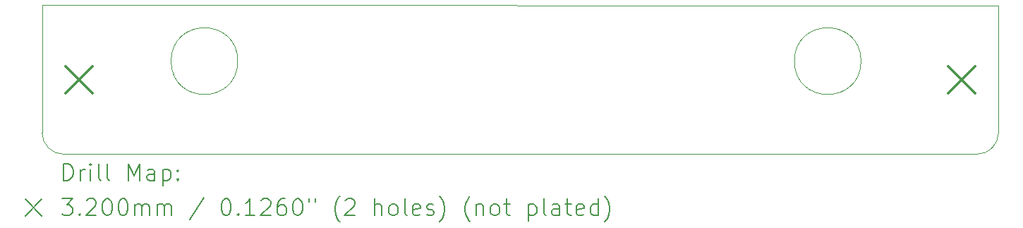
<source format=gbr>
%TF.GenerationSoftware,KiCad,Pcbnew,8.0.1*%
%TF.CreationDate,2024-08-12T23:31:01+01:00*%
%TF.ProjectId,MICRO_TRUNK_6_INSULATOR_FRONT,4d494352-4f5f-4545-9255-4e4b5f365f49,rev?*%
%TF.SameCoordinates,Original*%
%TF.FileFunction,Drillmap*%
%TF.FilePolarity,Positive*%
%FSLAX45Y45*%
G04 Gerber Fmt 4.5, Leading zero omitted, Abs format (unit mm)*
G04 Created by KiCad (PCBNEW 8.0.1) date 2024-08-12 23:31:01*
%MOMM*%
%LPD*%
G01*
G04 APERTURE LIST*
%ADD10C,0.050000*%
%ADD11C,0.200000*%
%ADD12C,0.320000*%
G04 APERTURE END LIST*
D10*
X10990250Y-9223892D02*
G75*
G02*
X10190250Y-9223892I-400000J0D01*
G01*
X10190250Y-9223892D02*
G75*
G02*
X10990250Y-9223892I400000J0D01*
G01*
X19863021Y-10340000D02*
X8899396Y-10340236D01*
X8899396Y-10340236D02*
G75*
G02*
X8641895Y-10083257I4J257506D01*
G01*
X18470250Y-9223892D02*
G75*
G02*
X17670250Y-9223892I-400000J0D01*
G01*
X17670250Y-9223892D02*
G75*
G02*
X18470250Y-9223892I400000J0D01*
G01*
X8643016Y-8553892D02*
X20120000Y-8555000D01*
X20120000Y-10082500D02*
X20120000Y-8555000D01*
X20120000Y-10082500D02*
G75*
G02*
X19863021Y-10340000I-257500J0D01*
G01*
X8641896Y-10083257D02*
X8643016Y-8553892D01*
D11*
D12*
X8922302Y-9287618D02*
X9242302Y-9607618D01*
X9242302Y-9287618D02*
X8922302Y-9607618D01*
X19519302Y-9287618D02*
X19839302Y-9607618D01*
X19839302Y-9287618D02*
X19519302Y-9607618D01*
D11*
X8900173Y-10654219D02*
X8900173Y-10454219D01*
X8900173Y-10454219D02*
X8947792Y-10454219D01*
X8947792Y-10454219D02*
X8976363Y-10463743D01*
X8976363Y-10463743D02*
X8995411Y-10482791D01*
X8995411Y-10482791D02*
X9004935Y-10501838D01*
X9004935Y-10501838D02*
X9014458Y-10539934D01*
X9014458Y-10539934D02*
X9014458Y-10568505D01*
X9014458Y-10568505D02*
X9004935Y-10606600D01*
X9004935Y-10606600D02*
X8995411Y-10625648D01*
X8995411Y-10625648D02*
X8976363Y-10644696D01*
X8976363Y-10644696D02*
X8947792Y-10654219D01*
X8947792Y-10654219D02*
X8900173Y-10654219D01*
X9100173Y-10654219D02*
X9100173Y-10520886D01*
X9100173Y-10558981D02*
X9109697Y-10539934D01*
X9109697Y-10539934D02*
X9119220Y-10530410D01*
X9119220Y-10530410D02*
X9138268Y-10520886D01*
X9138268Y-10520886D02*
X9157316Y-10520886D01*
X9223982Y-10654219D02*
X9223982Y-10520886D01*
X9223982Y-10454219D02*
X9214458Y-10463743D01*
X9214458Y-10463743D02*
X9223982Y-10473267D01*
X9223982Y-10473267D02*
X9233506Y-10463743D01*
X9233506Y-10463743D02*
X9223982Y-10454219D01*
X9223982Y-10454219D02*
X9223982Y-10473267D01*
X9347792Y-10654219D02*
X9328744Y-10644696D01*
X9328744Y-10644696D02*
X9319220Y-10625648D01*
X9319220Y-10625648D02*
X9319220Y-10454219D01*
X9452554Y-10654219D02*
X9433506Y-10644696D01*
X9433506Y-10644696D02*
X9423982Y-10625648D01*
X9423982Y-10625648D02*
X9423982Y-10454219D01*
X9681125Y-10654219D02*
X9681125Y-10454219D01*
X9681125Y-10454219D02*
X9747792Y-10597077D01*
X9747792Y-10597077D02*
X9814458Y-10454219D01*
X9814458Y-10454219D02*
X9814458Y-10654219D01*
X9995411Y-10654219D02*
X9995411Y-10549458D01*
X9995411Y-10549458D02*
X9985887Y-10530410D01*
X9985887Y-10530410D02*
X9966839Y-10520886D01*
X9966839Y-10520886D02*
X9928744Y-10520886D01*
X9928744Y-10520886D02*
X9909697Y-10530410D01*
X9995411Y-10644696D02*
X9976363Y-10654219D01*
X9976363Y-10654219D02*
X9928744Y-10654219D01*
X9928744Y-10654219D02*
X9909697Y-10644696D01*
X9909697Y-10644696D02*
X9900173Y-10625648D01*
X9900173Y-10625648D02*
X9900173Y-10606600D01*
X9900173Y-10606600D02*
X9909697Y-10587553D01*
X9909697Y-10587553D02*
X9928744Y-10578029D01*
X9928744Y-10578029D02*
X9976363Y-10578029D01*
X9976363Y-10578029D02*
X9995411Y-10568505D01*
X10090649Y-10520886D02*
X10090649Y-10720886D01*
X10090649Y-10530410D02*
X10109697Y-10520886D01*
X10109697Y-10520886D02*
X10147792Y-10520886D01*
X10147792Y-10520886D02*
X10166839Y-10530410D01*
X10166839Y-10530410D02*
X10176363Y-10539934D01*
X10176363Y-10539934D02*
X10185887Y-10558981D01*
X10185887Y-10558981D02*
X10185887Y-10616124D01*
X10185887Y-10616124D02*
X10176363Y-10635172D01*
X10176363Y-10635172D02*
X10166839Y-10644696D01*
X10166839Y-10644696D02*
X10147792Y-10654219D01*
X10147792Y-10654219D02*
X10109697Y-10654219D01*
X10109697Y-10654219D02*
X10090649Y-10644696D01*
X10271601Y-10635172D02*
X10281125Y-10644696D01*
X10281125Y-10644696D02*
X10271601Y-10654219D01*
X10271601Y-10654219D02*
X10262078Y-10644696D01*
X10262078Y-10644696D02*
X10271601Y-10635172D01*
X10271601Y-10635172D02*
X10271601Y-10654219D01*
X10271601Y-10530410D02*
X10281125Y-10539934D01*
X10281125Y-10539934D02*
X10271601Y-10549458D01*
X10271601Y-10549458D02*
X10262078Y-10539934D01*
X10262078Y-10539934D02*
X10271601Y-10530410D01*
X10271601Y-10530410D02*
X10271601Y-10549458D01*
X8439396Y-10882736D02*
X8639396Y-11082736D01*
X8639396Y-10882736D02*
X8439396Y-11082736D01*
X8881125Y-10874219D02*
X9004935Y-10874219D01*
X9004935Y-10874219D02*
X8938268Y-10950410D01*
X8938268Y-10950410D02*
X8966839Y-10950410D01*
X8966839Y-10950410D02*
X8985887Y-10959934D01*
X8985887Y-10959934D02*
X8995411Y-10969458D01*
X8995411Y-10969458D02*
X9004935Y-10988505D01*
X9004935Y-10988505D02*
X9004935Y-11036124D01*
X9004935Y-11036124D02*
X8995411Y-11055172D01*
X8995411Y-11055172D02*
X8985887Y-11064696D01*
X8985887Y-11064696D02*
X8966839Y-11074219D01*
X8966839Y-11074219D02*
X8909697Y-11074219D01*
X8909697Y-11074219D02*
X8890649Y-11064696D01*
X8890649Y-11064696D02*
X8881125Y-11055172D01*
X9090649Y-11055172D02*
X9100173Y-11064696D01*
X9100173Y-11064696D02*
X9090649Y-11074219D01*
X9090649Y-11074219D02*
X9081125Y-11064696D01*
X9081125Y-11064696D02*
X9090649Y-11055172D01*
X9090649Y-11055172D02*
X9090649Y-11074219D01*
X9176363Y-10893267D02*
X9185887Y-10883743D01*
X9185887Y-10883743D02*
X9204935Y-10874219D01*
X9204935Y-10874219D02*
X9252554Y-10874219D01*
X9252554Y-10874219D02*
X9271601Y-10883743D01*
X9271601Y-10883743D02*
X9281125Y-10893267D01*
X9281125Y-10893267D02*
X9290649Y-10912315D01*
X9290649Y-10912315D02*
X9290649Y-10931362D01*
X9290649Y-10931362D02*
X9281125Y-10959934D01*
X9281125Y-10959934D02*
X9166839Y-11074219D01*
X9166839Y-11074219D02*
X9290649Y-11074219D01*
X9414458Y-10874219D02*
X9433506Y-10874219D01*
X9433506Y-10874219D02*
X9452554Y-10883743D01*
X9452554Y-10883743D02*
X9462078Y-10893267D01*
X9462078Y-10893267D02*
X9471601Y-10912315D01*
X9471601Y-10912315D02*
X9481125Y-10950410D01*
X9481125Y-10950410D02*
X9481125Y-10998029D01*
X9481125Y-10998029D02*
X9471601Y-11036124D01*
X9471601Y-11036124D02*
X9462078Y-11055172D01*
X9462078Y-11055172D02*
X9452554Y-11064696D01*
X9452554Y-11064696D02*
X9433506Y-11074219D01*
X9433506Y-11074219D02*
X9414458Y-11074219D01*
X9414458Y-11074219D02*
X9395411Y-11064696D01*
X9395411Y-11064696D02*
X9385887Y-11055172D01*
X9385887Y-11055172D02*
X9376363Y-11036124D01*
X9376363Y-11036124D02*
X9366839Y-10998029D01*
X9366839Y-10998029D02*
X9366839Y-10950410D01*
X9366839Y-10950410D02*
X9376363Y-10912315D01*
X9376363Y-10912315D02*
X9385887Y-10893267D01*
X9385887Y-10893267D02*
X9395411Y-10883743D01*
X9395411Y-10883743D02*
X9414458Y-10874219D01*
X9604935Y-10874219D02*
X9623982Y-10874219D01*
X9623982Y-10874219D02*
X9643030Y-10883743D01*
X9643030Y-10883743D02*
X9652554Y-10893267D01*
X9652554Y-10893267D02*
X9662078Y-10912315D01*
X9662078Y-10912315D02*
X9671601Y-10950410D01*
X9671601Y-10950410D02*
X9671601Y-10998029D01*
X9671601Y-10998029D02*
X9662078Y-11036124D01*
X9662078Y-11036124D02*
X9652554Y-11055172D01*
X9652554Y-11055172D02*
X9643030Y-11064696D01*
X9643030Y-11064696D02*
X9623982Y-11074219D01*
X9623982Y-11074219D02*
X9604935Y-11074219D01*
X9604935Y-11074219D02*
X9585887Y-11064696D01*
X9585887Y-11064696D02*
X9576363Y-11055172D01*
X9576363Y-11055172D02*
X9566839Y-11036124D01*
X9566839Y-11036124D02*
X9557316Y-10998029D01*
X9557316Y-10998029D02*
X9557316Y-10950410D01*
X9557316Y-10950410D02*
X9566839Y-10912315D01*
X9566839Y-10912315D02*
X9576363Y-10893267D01*
X9576363Y-10893267D02*
X9585887Y-10883743D01*
X9585887Y-10883743D02*
X9604935Y-10874219D01*
X9757316Y-11074219D02*
X9757316Y-10940886D01*
X9757316Y-10959934D02*
X9766839Y-10950410D01*
X9766839Y-10950410D02*
X9785887Y-10940886D01*
X9785887Y-10940886D02*
X9814459Y-10940886D01*
X9814459Y-10940886D02*
X9833506Y-10950410D01*
X9833506Y-10950410D02*
X9843030Y-10969458D01*
X9843030Y-10969458D02*
X9843030Y-11074219D01*
X9843030Y-10969458D02*
X9852554Y-10950410D01*
X9852554Y-10950410D02*
X9871601Y-10940886D01*
X9871601Y-10940886D02*
X9900173Y-10940886D01*
X9900173Y-10940886D02*
X9919220Y-10950410D01*
X9919220Y-10950410D02*
X9928744Y-10969458D01*
X9928744Y-10969458D02*
X9928744Y-11074219D01*
X10023982Y-11074219D02*
X10023982Y-10940886D01*
X10023982Y-10959934D02*
X10033506Y-10950410D01*
X10033506Y-10950410D02*
X10052554Y-10940886D01*
X10052554Y-10940886D02*
X10081125Y-10940886D01*
X10081125Y-10940886D02*
X10100173Y-10950410D01*
X10100173Y-10950410D02*
X10109697Y-10969458D01*
X10109697Y-10969458D02*
X10109697Y-11074219D01*
X10109697Y-10969458D02*
X10119220Y-10950410D01*
X10119220Y-10950410D02*
X10138268Y-10940886D01*
X10138268Y-10940886D02*
X10166839Y-10940886D01*
X10166839Y-10940886D02*
X10185887Y-10950410D01*
X10185887Y-10950410D02*
X10195411Y-10969458D01*
X10195411Y-10969458D02*
X10195411Y-11074219D01*
X10585887Y-10864696D02*
X10414459Y-11121838D01*
X10843030Y-10874219D02*
X10862078Y-10874219D01*
X10862078Y-10874219D02*
X10881125Y-10883743D01*
X10881125Y-10883743D02*
X10890649Y-10893267D01*
X10890649Y-10893267D02*
X10900173Y-10912315D01*
X10900173Y-10912315D02*
X10909697Y-10950410D01*
X10909697Y-10950410D02*
X10909697Y-10998029D01*
X10909697Y-10998029D02*
X10900173Y-11036124D01*
X10900173Y-11036124D02*
X10890649Y-11055172D01*
X10890649Y-11055172D02*
X10881125Y-11064696D01*
X10881125Y-11064696D02*
X10862078Y-11074219D01*
X10862078Y-11074219D02*
X10843030Y-11074219D01*
X10843030Y-11074219D02*
X10823982Y-11064696D01*
X10823982Y-11064696D02*
X10814459Y-11055172D01*
X10814459Y-11055172D02*
X10804935Y-11036124D01*
X10804935Y-11036124D02*
X10795411Y-10998029D01*
X10795411Y-10998029D02*
X10795411Y-10950410D01*
X10795411Y-10950410D02*
X10804935Y-10912315D01*
X10804935Y-10912315D02*
X10814459Y-10893267D01*
X10814459Y-10893267D02*
X10823982Y-10883743D01*
X10823982Y-10883743D02*
X10843030Y-10874219D01*
X10995411Y-11055172D02*
X11004935Y-11064696D01*
X11004935Y-11064696D02*
X10995411Y-11074219D01*
X10995411Y-11074219D02*
X10985887Y-11064696D01*
X10985887Y-11064696D02*
X10995411Y-11055172D01*
X10995411Y-11055172D02*
X10995411Y-11074219D01*
X11195411Y-11074219D02*
X11081125Y-11074219D01*
X11138268Y-11074219D02*
X11138268Y-10874219D01*
X11138268Y-10874219D02*
X11119221Y-10902791D01*
X11119221Y-10902791D02*
X11100173Y-10921838D01*
X11100173Y-10921838D02*
X11081125Y-10931362D01*
X11271601Y-10893267D02*
X11281125Y-10883743D01*
X11281125Y-10883743D02*
X11300173Y-10874219D01*
X11300173Y-10874219D02*
X11347792Y-10874219D01*
X11347792Y-10874219D02*
X11366840Y-10883743D01*
X11366840Y-10883743D02*
X11376363Y-10893267D01*
X11376363Y-10893267D02*
X11385887Y-10912315D01*
X11385887Y-10912315D02*
X11385887Y-10931362D01*
X11385887Y-10931362D02*
X11376363Y-10959934D01*
X11376363Y-10959934D02*
X11262078Y-11074219D01*
X11262078Y-11074219D02*
X11385887Y-11074219D01*
X11557316Y-10874219D02*
X11519220Y-10874219D01*
X11519220Y-10874219D02*
X11500173Y-10883743D01*
X11500173Y-10883743D02*
X11490649Y-10893267D01*
X11490649Y-10893267D02*
X11471601Y-10921838D01*
X11471601Y-10921838D02*
X11462078Y-10959934D01*
X11462078Y-10959934D02*
X11462078Y-11036124D01*
X11462078Y-11036124D02*
X11471601Y-11055172D01*
X11471601Y-11055172D02*
X11481125Y-11064696D01*
X11481125Y-11064696D02*
X11500173Y-11074219D01*
X11500173Y-11074219D02*
X11538268Y-11074219D01*
X11538268Y-11074219D02*
X11557316Y-11064696D01*
X11557316Y-11064696D02*
X11566840Y-11055172D01*
X11566840Y-11055172D02*
X11576363Y-11036124D01*
X11576363Y-11036124D02*
X11576363Y-10988505D01*
X11576363Y-10988505D02*
X11566840Y-10969458D01*
X11566840Y-10969458D02*
X11557316Y-10959934D01*
X11557316Y-10959934D02*
X11538268Y-10950410D01*
X11538268Y-10950410D02*
X11500173Y-10950410D01*
X11500173Y-10950410D02*
X11481125Y-10959934D01*
X11481125Y-10959934D02*
X11471601Y-10969458D01*
X11471601Y-10969458D02*
X11462078Y-10988505D01*
X11700173Y-10874219D02*
X11719221Y-10874219D01*
X11719221Y-10874219D02*
X11738268Y-10883743D01*
X11738268Y-10883743D02*
X11747792Y-10893267D01*
X11747792Y-10893267D02*
X11757316Y-10912315D01*
X11757316Y-10912315D02*
X11766840Y-10950410D01*
X11766840Y-10950410D02*
X11766840Y-10998029D01*
X11766840Y-10998029D02*
X11757316Y-11036124D01*
X11757316Y-11036124D02*
X11747792Y-11055172D01*
X11747792Y-11055172D02*
X11738268Y-11064696D01*
X11738268Y-11064696D02*
X11719221Y-11074219D01*
X11719221Y-11074219D02*
X11700173Y-11074219D01*
X11700173Y-11074219D02*
X11681125Y-11064696D01*
X11681125Y-11064696D02*
X11671601Y-11055172D01*
X11671601Y-11055172D02*
X11662078Y-11036124D01*
X11662078Y-11036124D02*
X11652554Y-10998029D01*
X11652554Y-10998029D02*
X11652554Y-10950410D01*
X11652554Y-10950410D02*
X11662078Y-10912315D01*
X11662078Y-10912315D02*
X11671601Y-10893267D01*
X11671601Y-10893267D02*
X11681125Y-10883743D01*
X11681125Y-10883743D02*
X11700173Y-10874219D01*
X11843030Y-10874219D02*
X11843030Y-10912315D01*
X11919221Y-10874219D02*
X11919221Y-10912315D01*
X12214459Y-11150410D02*
X12204935Y-11140886D01*
X12204935Y-11140886D02*
X12185887Y-11112315D01*
X12185887Y-11112315D02*
X12176363Y-11093267D01*
X12176363Y-11093267D02*
X12166840Y-11064696D01*
X12166840Y-11064696D02*
X12157316Y-11017077D01*
X12157316Y-11017077D02*
X12157316Y-10978981D01*
X12157316Y-10978981D02*
X12166840Y-10931362D01*
X12166840Y-10931362D02*
X12176363Y-10902791D01*
X12176363Y-10902791D02*
X12185887Y-10883743D01*
X12185887Y-10883743D02*
X12204935Y-10855172D01*
X12204935Y-10855172D02*
X12214459Y-10845648D01*
X12281125Y-10893267D02*
X12290649Y-10883743D01*
X12290649Y-10883743D02*
X12309697Y-10874219D01*
X12309697Y-10874219D02*
X12357316Y-10874219D01*
X12357316Y-10874219D02*
X12376363Y-10883743D01*
X12376363Y-10883743D02*
X12385887Y-10893267D01*
X12385887Y-10893267D02*
X12395411Y-10912315D01*
X12395411Y-10912315D02*
X12395411Y-10931362D01*
X12395411Y-10931362D02*
X12385887Y-10959934D01*
X12385887Y-10959934D02*
X12271602Y-11074219D01*
X12271602Y-11074219D02*
X12395411Y-11074219D01*
X12633506Y-11074219D02*
X12633506Y-10874219D01*
X12719221Y-11074219D02*
X12719221Y-10969458D01*
X12719221Y-10969458D02*
X12709697Y-10950410D01*
X12709697Y-10950410D02*
X12690649Y-10940886D01*
X12690649Y-10940886D02*
X12662078Y-10940886D01*
X12662078Y-10940886D02*
X12643030Y-10950410D01*
X12643030Y-10950410D02*
X12633506Y-10959934D01*
X12843030Y-11074219D02*
X12823983Y-11064696D01*
X12823983Y-11064696D02*
X12814459Y-11055172D01*
X12814459Y-11055172D02*
X12804935Y-11036124D01*
X12804935Y-11036124D02*
X12804935Y-10978981D01*
X12804935Y-10978981D02*
X12814459Y-10959934D01*
X12814459Y-10959934D02*
X12823983Y-10950410D01*
X12823983Y-10950410D02*
X12843030Y-10940886D01*
X12843030Y-10940886D02*
X12871602Y-10940886D01*
X12871602Y-10940886D02*
X12890649Y-10950410D01*
X12890649Y-10950410D02*
X12900173Y-10959934D01*
X12900173Y-10959934D02*
X12909697Y-10978981D01*
X12909697Y-10978981D02*
X12909697Y-11036124D01*
X12909697Y-11036124D02*
X12900173Y-11055172D01*
X12900173Y-11055172D02*
X12890649Y-11064696D01*
X12890649Y-11064696D02*
X12871602Y-11074219D01*
X12871602Y-11074219D02*
X12843030Y-11074219D01*
X13023983Y-11074219D02*
X13004935Y-11064696D01*
X13004935Y-11064696D02*
X12995411Y-11045648D01*
X12995411Y-11045648D02*
X12995411Y-10874219D01*
X13176364Y-11064696D02*
X13157316Y-11074219D01*
X13157316Y-11074219D02*
X13119221Y-11074219D01*
X13119221Y-11074219D02*
X13100173Y-11064696D01*
X13100173Y-11064696D02*
X13090649Y-11045648D01*
X13090649Y-11045648D02*
X13090649Y-10969458D01*
X13090649Y-10969458D02*
X13100173Y-10950410D01*
X13100173Y-10950410D02*
X13119221Y-10940886D01*
X13119221Y-10940886D02*
X13157316Y-10940886D01*
X13157316Y-10940886D02*
X13176364Y-10950410D01*
X13176364Y-10950410D02*
X13185887Y-10969458D01*
X13185887Y-10969458D02*
X13185887Y-10988505D01*
X13185887Y-10988505D02*
X13090649Y-11007553D01*
X13262078Y-11064696D02*
X13281125Y-11074219D01*
X13281125Y-11074219D02*
X13319221Y-11074219D01*
X13319221Y-11074219D02*
X13338268Y-11064696D01*
X13338268Y-11064696D02*
X13347792Y-11045648D01*
X13347792Y-11045648D02*
X13347792Y-11036124D01*
X13347792Y-11036124D02*
X13338268Y-11017077D01*
X13338268Y-11017077D02*
X13319221Y-11007553D01*
X13319221Y-11007553D02*
X13290649Y-11007553D01*
X13290649Y-11007553D02*
X13271602Y-10998029D01*
X13271602Y-10998029D02*
X13262078Y-10978981D01*
X13262078Y-10978981D02*
X13262078Y-10969458D01*
X13262078Y-10969458D02*
X13271602Y-10950410D01*
X13271602Y-10950410D02*
X13290649Y-10940886D01*
X13290649Y-10940886D02*
X13319221Y-10940886D01*
X13319221Y-10940886D02*
X13338268Y-10950410D01*
X13414459Y-11150410D02*
X13423983Y-11140886D01*
X13423983Y-11140886D02*
X13443030Y-11112315D01*
X13443030Y-11112315D02*
X13452554Y-11093267D01*
X13452554Y-11093267D02*
X13462078Y-11064696D01*
X13462078Y-11064696D02*
X13471602Y-11017077D01*
X13471602Y-11017077D02*
X13471602Y-10978981D01*
X13471602Y-10978981D02*
X13462078Y-10931362D01*
X13462078Y-10931362D02*
X13452554Y-10902791D01*
X13452554Y-10902791D02*
X13443030Y-10883743D01*
X13443030Y-10883743D02*
X13423983Y-10855172D01*
X13423983Y-10855172D02*
X13414459Y-10845648D01*
X13776364Y-11150410D02*
X13766840Y-11140886D01*
X13766840Y-11140886D02*
X13747792Y-11112315D01*
X13747792Y-11112315D02*
X13738268Y-11093267D01*
X13738268Y-11093267D02*
X13728745Y-11064696D01*
X13728745Y-11064696D02*
X13719221Y-11017077D01*
X13719221Y-11017077D02*
X13719221Y-10978981D01*
X13719221Y-10978981D02*
X13728745Y-10931362D01*
X13728745Y-10931362D02*
X13738268Y-10902791D01*
X13738268Y-10902791D02*
X13747792Y-10883743D01*
X13747792Y-10883743D02*
X13766840Y-10855172D01*
X13766840Y-10855172D02*
X13776364Y-10845648D01*
X13852554Y-10940886D02*
X13852554Y-11074219D01*
X13852554Y-10959934D02*
X13862078Y-10950410D01*
X13862078Y-10950410D02*
X13881125Y-10940886D01*
X13881125Y-10940886D02*
X13909697Y-10940886D01*
X13909697Y-10940886D02*
X13928745Y-10950410D01*
X13928745Y-10950410D02*
X13938268Y-10969458D01*
X13938268Y-10969458D02*
X13938268Y-11074219D01*
X14062078Y-11074219D02*
X14043030Y-11064696D01*
X14043030Y-11064696D02*
X14033506Y-11055172D01*
X14033506Y-11055172D02*
X14023983Y-11036124D01*
X14023983Y-11036124D02*
X14023983Y-10978981D01*
X14023983Y-10978981D02*
X14033506Y-10959934D01*
X14033506Y-10959934D02*
X14043030Y-10950410D01*
X14043030Y-10950410D02*
X14062078Y-10940886D01*
X14062078Y-10940886D02*
X14090649Y-10940886D01*
X14090649Y-10940886D02*
X14109697Y-10950410D01*
X14109697Y-10950410D02*
X14119221Y-10959934D01*
X14119221Y-10959934D02*
X14128745Y-10978981D01*
X14128745Y-10978981D02*
X14128745Y-11036124D01*
X14128745Y-11036124D02*
X14119221Y-11055172D01*
X14119221Y-11055172D02*
X14109697Y-11064696D01*
X14109697Y-11064696D02*
X14090649Y-11074219D01*
X14090649Y-11074219D02*
X14062078Y-11074219D01*
X14185887Y-10940886D02*
X14262078Y-10940886D01*
X14214459Y-10874219D02*
X14214459Y-11045648D01*
X14214459Y-11045648D02*
X14223983Y-11064696D01*
X14223983Y-11064696D02*
X14243030Y-11074219D01*
X14243030Y-11074219D02*
X14262078Y-11074219D01*
X14481126Y-10940886D02*
X14481126Y-11140886D01*
X14481126Y-10950410D02*
X14500173Y-10940886D01*
X14500173Y-10940886D02*
X14538268Y-10940886D01*
X14538268Y-10940886D02*
X14557316Y-10950410D01*
X14557316Y-10950410D02*
X14566840Y-10959934D01*
X14566840Y-10959934D02*
X14576364Y-10978981D01*
X14576364Y-10978981D02*
X14576364Y-11036124D01*
X14576364Y-11036124D02*
X14566840Y-11055172D01*
X14566840Y-11055172D02*
X14557316Y-11064696D01*
X14557316Y-11064696D02*
X14538268Y-11074219D01*
X14538268Y-11074219D02*
X14500173Y-11074219D01*
X14500173Y-11074219D02*
X14481126Y-11064696D01*
X14690649Y-11074219D02*
X14671602Y-11064696D01*
X14671602Y-11064696D02*
X14662078Y-11045648D01*
X14662078Y-11045648D02*
X14662078Y-10874219D01*
X14852554Y-11074219D02*
X14852554Y-10969458D01*
X14852554Y-10969458D02*
X14843030Y-10950410D01*
X14843030Y-10950410D02*
X14823983Y-10940886D01*
X14823983Y-10940886D02*
X14785887Y-10940886D01*
X14785887Y-10940886D02*
X14766840Y-10950410D01*
X14852554Y-11064696D02*
X14833507Y-11074219D01*
X14833507Y-11074219D02*
X14785887Y-11074219D01*
X14785887Y-11074219D02*
X14766840Y-11064696D01*
X14766840Y-11064696D02*
X14757316Y-11045648D01*
X14757316Y-11045648D02*
X14757316Y-11026600D01*
X14757316Y-11026600D02*
X14766840Y-11007553D01*
X14766840Y-11007553D02*
X14785887Y-10998029D01*
X14785887Y-10998029D02*
X14833507Y-10998029D01*
X14833507Y-10998029D02*
X14852554Y-10988505D01*
X14919221Y-10940886D02*
X14995411Y-10940886D01*
X14947792Y-10874219D02*
X14947792Y-11045648D01*
X14947792Y-11045648D02*
X14957316Y-11064696D01*
X14957316Y-11064696D02*
X14976364Y-11074219D01*
X14976364Y-11074219D02*
X14995411Y-11074219D01*
X15138268Y-11064696D02*
X15119221Y-11074219D01*
X15119221Y-11074219D02*
X15081126Y-11074219D01*
X15081126Y-11074219D02*
X15062078Y-11064696D01*
X15062078Y-11064696D02*
X15052554Y-11045648D01*
X15052554Y-11045648D02*
X15052554Y-10969458D01*
X15052554Y-10969458D02*
X15062078Y-10950410D01*
X15062078Y-10950410D02*
X15081126Y-10940886D01*
X15081126Y-10940886D02*
X15119221Y-10940886D01*
X15119221Y-10940886D02*
X15138268Y-10950410D01*
X15138268Y-10950410D02*
X15147792Y-10969458D01*
X15147792Y-10969458D02*
X15147792Y-10988505D01*
X15147792Y-10988505D02*
X15052554Y-11007553D01*
X15319221Y-11074219D02*
X15319221Y-10874219D01*
X15319221Y-11064696D02*
X15300173Y-11074219D01*
X15300173Y-11074219D02*
X15262078Y-11074219D01*
X15262078Y-11074219D02*
X15243030Y-11064696D01*
X15243030Y-11064696D02*
X15233507Y-11055172D01*
X15233507Y-11055172D02*
X15223983Y-11036124D01*
X15223983Y-11036124D02*
X15223983Y-10978981D01*
X15223983Y-10978981D02*
X15233507Y-10959934D01*
X15233507Y-10959934D02*
X15243030Y-10950410D01*
X15243030Y-10950410D02*
X15262078Y-10940886D01*
X15262078Y-10940886D02*
X15300173Y-10940886D01*
X15300173Y-10940886D02*
X15319221Y-10950410D01*
X15395411Y-11150410D02*
X15404935Y-11140886D01*
X15404935Y-11140886D02*
X15423983Y-11112315D01*
X15423983Y-11112315D02*
X15433507Y-11093267D01*
X15433507Y-11093267D02*
X15443030Y-11064696D01*
X15443030Y-11064696D02*
X15452554Y-11017077D01*
X15452554Y-11017077D02*
X15452554Y-10978981D01*
X15452554Y-10978981D02*
X15443030Y-10931362D01*
X15443030Y-10931362D02*
X15433507Y-10902791D01*
X15433507Y-10902791D02*
X15423983Y-10883743D01*
X15423983Y-10883743D02*
X15404935Y-10855172D01*
X15404935Y-10855172D02*
X15395411Y-10845648D01*
M02*

</source>
